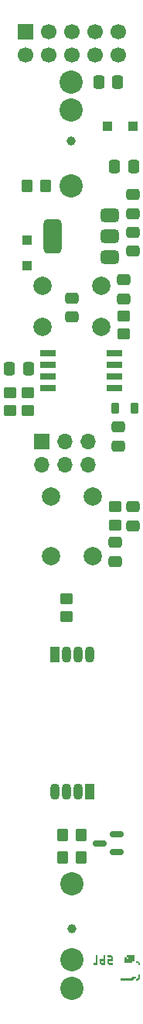
<source format=gbr>
%TF.GenerationSoftware,KiCad,Pcbnew,9.0.6*%
%TF.CreationDate,2026-01-01T17:20:02-06:00*%
%TF.ProjectId,gatekeeper,67617465-6b65-4657-9065-722e6b696361,rev?*%
%TF.SameCoordinates,Original*%
%TF.FileFunction,Soldermask,Bot*%
%TF.FilePolarity,Negative*%
%FSLAX46Y46*%
G04 Gerber Fmt 4.6, Leading zero omitted, Abs format (unit mm)*
G04 Created by KiCad (PCBNEW 9.0.6) date 2026-01-01 17:20:02*
%MOMM*%
%LPD*%
G01*
G04 APERTURE LIST*
G04 Aperture macros list*
%AMRoundRect*
0 Rectangle with rounded corners*
0 $1 Rounding radius*
0 $2 $3 $4 $5 $6 $7 $8 $9 X,Y pos of 4 corners*
0 Add a 4 corners polygon primitive as box body*
4,1,4,$2,$3,$4,$5,$6,$7,$8,$9,$2,$3,0*
0 Add four circle primitives for the rounded corners*
1,1,$1+$1,$2,$3*
1,1,$1+$1,$4,$5*
1,1,$1+$1,$6,$7*
1,1,$1+$1,$8,$9*
0 Add four rect primitives between the rounded corners*
20,1,$1+$1,$2,$3,$4,$5,0*
20,1,$1+$1,$4,$5,$6,$7,0*
20,1,$1+$1,$6,$7,$8,$9,0*
20,1,$1+$1,$8,$9,$2,$3,0*%
G04 Aperture macros list end*
%ADD10C,0.000000*%
%ADD11R,1.070000X1.800000*%
%ADD12O,1.070000X1.800000*%
%ADD13C,1.000000*%
%ADD14C,2.540000*%
%ADD15C,2.000000*%
%ADD16RoundRect,0.250000X0.350000X0.450000X-0.350000X0.450000X-0.350000X-0.450000X0.350000X-0.450000X0*%
%ADD17RoundRect,0.250000X0.450000X-0.350000X0.450000X0.350000X-0.450000X0.350000X-0.450000X-0.350000X0*%
%ADD18RoundRect,0.375000X0.625000X0.375000X-0.625000X0.375000X-0.625000X-0.375000X0.625000X-0.375000X0*%
%ADD19RoundRect,0.500000X0.500000X1.400000X-0.500000X1.400000X-0.500000X-1.400000X0.500000X-1.400000X0*%
%ADD20RoundRect,0.250000X0.475000X-0.337500X0.475000X0.337500X-0.475000X0.337500X-0.475000X-0.337500X0*%
%ADD21RoundRect,0.250000X-0.300000X0.300000X-0.300000X-0.300000X0.300000X-0.300000X0.300000X0.300000X0*%
%ADD22RoundRect,0.250000X-0.475000X0.337500X-0.475000X-0.337500X0.475000X-0.337500X0.475000X0.337500X0*%
%ADD23RoundRect,0.150000X0.587500X0.150000X-0.587500X0.150000X-0.587500X-0.150000X0.587500X-0.150000X0*%
%ADD24RoundRect,0.250000X-0.300000X-0.300000X0.300000X-0.300000X0.300000X0.300000X-0.300000X0.300000X0*%
%ADD25R,1.700000X0.650000*%
%ADD26RoundRect,0.250000X-0.350000X-0.450000X0.350000X-0.450000X0.350000X0.450000X-0.350000X0.450000X0*%
%ADD27R,1.700000X1.700000*%
%ADD28O,1.700000X1.700000*%
%ADD29RoundRect,0.218750X0.218750X0.381250X-0.218750X0.381250X-0.218750X-0.381250X0.218750X-0.381250X0*%
%ADD30C,1.700000*%
%ADD31RoundRect,0.250000X0.337500X0.475000X-0.337500X0.475000X-0.337500X-0.475000X0.337500X-0.475000X0*%
%ADD32RoundRect,0.250000X-0.337500X-0.475000X0.337500X-0.475000X0.337500X0.475000X-0.337500X0.475000X0*%
%ADD33RoundRect,0.250000X-0.450000X0.350000X-0.450000X-0.350000X0.450000X-0.350000X0.450000X0.350000X0*%
G04 APERTURE END LIST*
D10*
%TO.C,REF\u002A\u002A*%
G36*
X115241667Y-155635834D02*
G01*
X115241667Y-155424167D01*
X115453333Y-155424167D01*
X115241667Y-155635834D01*
G37*
G36*
X113442500Y-155424167D02*
G01*
X113336667Y-155424167D01*
X113336667Y-155318333D01*
X113442500Y-155424167D01*
G37*
G36*
X115453333Y-155424167D02*
G01*
X115241667Y-155424167D01*
X115241667Y-155000833D01*
X115453333Y-155000833D01*
X115453333Y-155424167D01*
G37*
G36*
X114818333Y-155424167D02*
G01*
X114606667Y-155635834D01*
X114606667Y-155212500D01*
X114818333Y-155212500D01*
X114818333Y-155424167D01*
G37*
G36*
X114606667Y-155635834D02*
G01*
X114395000Y-155635834D01*
X114395000Y-155424167D01*
X114606667Y-155212500D01*
X114606667Y-155635834D01*
G37*
G36*
X114395000Y-155635834D02*
G01*
X113336667Y-155635834D01*
X113336667Y-155424167D01*
X114395000Y-155424167D01*
X114395000Y-155635834D01*
G37*
G36*
X112490000Y-153095834D02*
G01*
X112490000Y-153307500D01*
X112278334Y-153307500D01*
X112278334Y-152884167D01*
X112490000Y-153095834D01*
G37*
G36*
X112490000Y-153942500D02*
G01*
X112066667Y-153942500D01*
X112066667Y-153730833D01*
X112490000Y-153730833D01*
X112490000Y-153942500D01*
G37*
G36*
X112278334Y-153095834D02*
G01*
X111855000Y-153095834D01*
X111855000Y-152884167D01*
X112278334Y-152884167D01*
X112278334Y-153095834D01*
G37*
G36*
X112490000Y-153519167D02*
G01*
X111855000Y-153519167D01*
X111855000Y-153307500D01*
X112490000Y-153307500D01*
X112490000Y-153519167D01*
G37*
G36*
X112066667Y-153942500D02*
G01*
X111855000Y-153730833D01*
X111855000Y-153519167D01*
X112066667Y-153519167D01*
X112066667Y-153942500D01*
G37*
G36*
X111643333Y-153730833D02*
G01*
X111431667Y-153730833D01*
X111431667Y-152884167D01*
X111643333Y-152884167D01*
X111643333Y-153730833D01*
G37*
G36*
X111431667Y-153519167D02*
G01*
X111220000Y-153519167D01*
X111220000Y-153307500D01*
X111431667Y-153307500D01*
X111431667Y-153519167D01*
G37*
G36*
X111643333Y-153942500D02*
G01*
X111220000Y-153942500D01*
X111008334Y-153730833D01*
X111643333Y-153730833D01*
X111643333Y-153942500D01*
G37*
G36*
X111220000Y-153730833D02*
G01*
X111008334Y-153730833D01*
X111008334Y-153307500D01*
X111220000Y-153307500D01*
X111220000Y-153730833D01*
G37*
G36*
X110585000Y-153942500D02*
G01*
X110373334Y-153942500D01*
X110373334Y-153730833D01*
X110585000Y-153730833D01*
X110585000Y-153942500D01*
G37*
G36*
X115241667Y-155635834D02*
G01*
X115030000Y-155635834D01*
X115030000Y-155477083D01*
X115082917Y-155424167D01*
X115241667Y-155424167D01*
X115241667Y-155635834D01*
G37*
G36*
X115030000Y-155371250D02*
G01*
X115030000Y-155424167D01*
X114818333Y-155424167D01*
X114818333Y-155212500D01*
X115030000Y-155212500D01*
X115030000Y-155371250D01*
G37*
G36*
X110796667Y-153942500D02*
G01*
X110585000Y-153942500D01*
X110585000Y-153730833D01*
X110585000Y-153519167D01*
X110585000Y-152884167D01*
X110796667Y-152884167D01*
X110796667Y-153942500D01*
G37*
G36*
X115453333Y-153730833D02*
G01*
X115453333Y-153942500D01*
X115241667Y-153942500D01*
X115241667Y-153730833D01*
X115030000Y-153730833D01*
X115030000Y-153519167D01*
X115241667Y-153519167D01*
X115453333Y-153730833D01*
G37*
G36*
X114818333Y-153519167D02*
G01*
X114606667Y-153519167D01*
X114606667Y-153730833D01*
X113760000Y-153730833D01*
X113760000Y-153095834D01*
X113892292Y-153095834D01*
X113971667Y-153175208D01*
X113971667Y-153307500D01*
X114183333Y-153307500D01*
X114183333Y-153095834D01*
X114051042Y-153095834D01*
X113971667Y-153016459D01*
X113971667Y-152884167D01*
X114818333Y-152884167D01*
X114818333Y-153519167D01*
G37*
%TD*%
D11*
%TO.C,LED1*%
X106095000Y-120000000D03*
D12*
X107365000Y-120000000D03*
X108635000Y-120000000D03*
X109905000Y-120000000D03*
%TD*%
D13*
%TO.C,J1*%
X107900000Y-63900000D03*
D14*
X107900000Y-68820000D03*
X107900000Y-60520000D03*
X107900000Y-57420000D03*
%TD*%
D15*
%TO.C,SW2*%
X104750000Y-79750000D03*
X111250000Y-79750000D03*
X104750000Y-84250000D03*
X111250000Y-84250000D03*
%TD*%
%TO.C,SW1*%
X105750000Y-109250000D03*
X105750000Y-102750000D03*
X110250000Y-109250000D03*
X110250000Y-102750000D03*
%TD*%
D13*
%TO.C,J2*%
X108000000Y-150000000D03*
D14*
X108000000Y-145080000D03*
X108000000Y-153380000D03*
X108000000Y-156480000D03*
%TD*%
D11*
%TO.C,LED2*%
X109905000Y-135000000D03*
D12*
X108635000Y-135000000D03*
X107365000Y-135000000D03*
X106095000Y-135000000D03*
%TD*%
D16*
%TO.C,R7*%
X109000000Y-142200000D03*
X107000000Y-142200000D03*
%TD*%
D17*
%TO.C,R5*%
X113700000Y-85000000D03*
X113700000Y-83000000D03*
%TD*%
D18*
%TO.C,U1*%
X112150000Y-72000000D03*
X112150000Y-74300000D03*
D19*
X105850000Y-74300000D03*
D18*
X112150000Y-76600000D03*
%TD*%
D20*
%TO.C,C8*%
X113100000Y-97237500D03*
X113100000Y-95162500D03*
%TD*%
D21*
%TO.C,D3*%
X103100000Y-74700000D03*
X103100000Y-77500000D03*
%TD*%
D22*
%TO.C,C11*%
X112700000Y-107762500D03*
X112700000Y-109837500D03*
%TD*%
D16*
%TO.C,R3*%
X105100000Y-68800000D03*
X103100000Y-68800000D03*
%TD*%
D23*
%TO.C,Q1*%
X112900000Y-139700000D03*
X112900000Y-141600000D03*
X111025000Y-140650000D03*
%TD*%
D24*
%TO.C,D1*%
X111900000Y-62300000D03*
X114700000Y-62300000D03*
%TD*%
D25*
%TO.C,U2*%
X105350000Y-90905000D03*
X105350000Y-89635000D03*
X105350000Y-88365000D03*
X105350000Y-87095000D03*
X112650000Y-87095000D03*
X112650000Y-88365000D03*
X112650000Y-89635000D03*
X112650000Y-90905000D03*
%TD*%
D17*
%TO.C,R1*%
X101200000Y-93400000D03*
X101200000Y-91400000D03*
%TD*%
D20*
%TO.C,C12*%
X108000000Y-83137500D03*
X108000000Y-81062500D03*
%TD*%
%TO.C,C6*%
X114700000Y-75937500D03*
X114700000Y-73862500D03*
%TD*%
D22*
%TO.C,C7*%
X114700000Y-103862500D03*
X114700000Y-105937500D03*
%TD*%
D26*
%TO.C,R6*%
X107000000Y-139800000D03*
X109000000Y-139800000D03*
%TD*%
D27*
%TO.C,J4*%
X104675000Y-96725000D03*
D28*
X104675000Y-99265000D03*
X107215000Y-96725000D03*
X107215000Y-99265000D03*
X109755000Y-96725000D03*
X109755000Y-99265000D03*
%TD*%
D17*
%TO.C,R8*%
X107400000Y-115900000D03*
X107400000Y-113900000D03*
%TD*%
D29*
%TO.C,FB1*%
X114862500Y-93100000D03*
X112737500Y-93100000D03*
%TD*%
D27*
%TO.C,J3*%
X102920000Y-51960000D03*
D30*
X102920000Y-54500000D03*
X105460000Y-51960000D03*
X105460000Y-54500000D03*
X108000000Y-51960000D03*
X108000000Y-54500000D03*
X110540000Y-51960000D03*
X110540000Y-54500000D03*
X113080000Y-51960000D03*
X113080000Y-54500000D03*
%TD*%
D31*
%TO.C,C2*%
X103237500Y-88800000D03*
X101162500Y-88800000D03*
%TD*%
D32*
%TO.C,C1*%
X112662500Y-66700000D03*
X114737500Y-66700000D03*
%TD*%
D33*
%TO.C,R2*%
X103200000Y-91400000D03*
X103200000Y-93400000D03*
%TD*%
D31*
%TO.C,C4*%
X113000000Y-57500000D03*
X110925000Y-57500000D03*
%TD*%
D20*
%TO.C,C5*%
X114700000Y-71837500D03*
X114700000Y-69762500D03*
%TD*%
D22*
%TO.C,C9*%
X113700000Y-79062500D03*
X113700000Y-81137500D03*
%TD*%
D17*
%TO.C,R4*%
X112700000Y-105900000D03*
X112700000Y-103900000D03*
%TD*%
M02*

</source>
